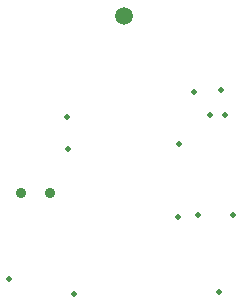
<source format=gbr>
%TF.GenerationSoftware,Altium Limited,Altium Designer,18.1.9 (240)*%
G04 Layer_Color=0*
%FSLAX45Y45*%
%MOMM*%
%TF.FileFunction,Plated,1,2,PTH,Drill*%
%TF.Part,Single*%
G01*
G75*
%TA.AperFunction,ComponentDrill*%
%ADD56C,0.90000*%
%TA.AperFunction,ViaDrill,NotFilled*%
%ADD57C,0.50000*%
%ADD58C,1.50000*%
D56*
X225000Y1525000D02*
D03*
X475000D02*
D03*
D57*
X1567500Y1942500D02*
D03*
X1725000Y1340000D02*
D03*
X1908100Y691900D02*
D03*
X2025000Y1344499D02*
D03*
X625000Y1902847D02*
D03*
X125000Y800000D02*
D03*
X1555000Y1325000D02*
D03*
X675000Y675000D02*
D03*
X615000Y2167847D02*
D03*
X1924996Y2399995D02*
D03*
X1690000Y2382847D02*
D03*
X1825000Y2192847D02*
D03*
X1960000D02*
D03*
D58*
X1100000Y3025000D02*
D03*
%TF.MD5,3da9bce2b552f4c4ae9f7aa9052a3d68*%
M02*

</source>
